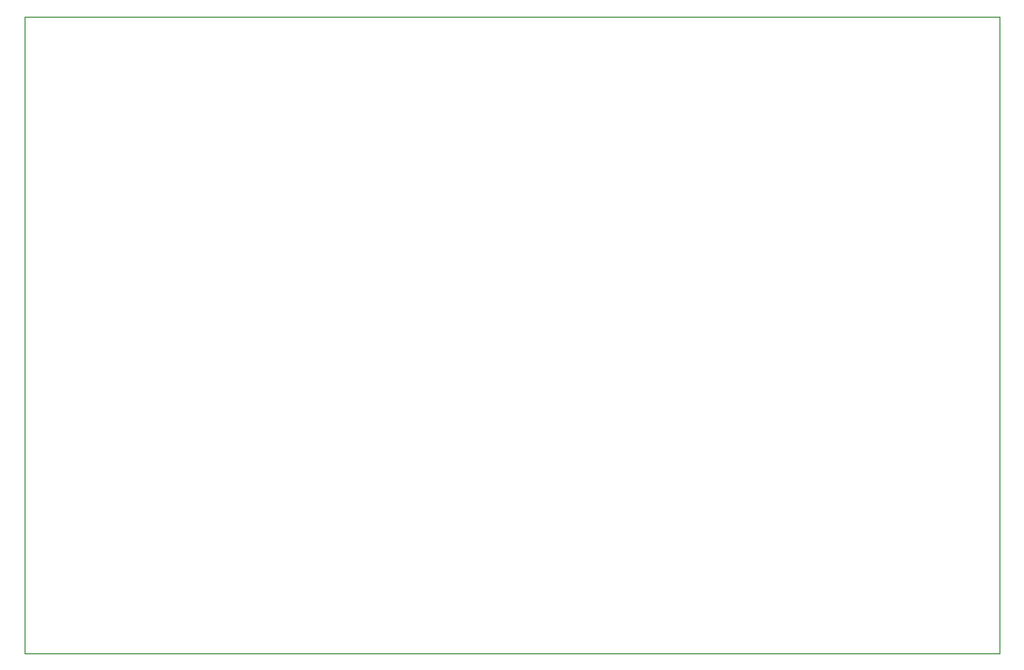
<source format=gbr>
%TF.GenerationSoftware,KiCad,Pcbnew,7.99.0-3958-g1df84f4d92*%
%TF.CreationDate,2023-12-24T01:25:56+01:00*%
%TF.ProjectId,SBC,5342432e-6b69-4636-9164-5f7063625858,rev?*%
%TF.SameCoordinates,Original*%
%TF.FileFunction,Profile,NP*%
%FSLAX46Y46*%
G04 Gerber Fmt 4.6, Leading zero omitted, Abs format (unit mm)*
G04 Created by KiCad (PCBNEW 7.99.0-3958-g1df84f4d92) date 2023-12-24 01:25:56*
%MOMM*%
%LPD*%
G01*
G04 APERTURE LIST*
%TA.AperFunction,Profile*%
%ADD10C,0.100000*%
%TD*%
G04 APERTURE END LIST*
D10*
X57565481Y-77545014D02*
X141565481Y-77545014D01*
X141565481Y-132545014D01*
X57565481Y-132545014D01*
X57565481Y-77545014D01*
M02*

</source>
